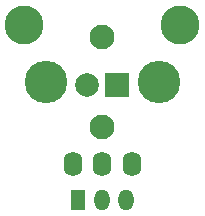
<source format=gbs>
%TF.GenerationSoftware,KiCad,Pcbnew,4.0.7-e2-6376~58~ubuntu16.04.1*%
%TF.CreationDate,2018-01-20T15:47:02+01:00*%
%TF.ProjectId,BasicModule,42617369634D6F64756C652E6B696361,rev?*%
%TF.FileFunction,Soldermask,Bot*%
%FSLAX46Y46*%
G04 Gerber Fmt 4.6, Leading zero omitted, Abs format (unit mm)*
G04 Created by KiCad (PCBNEW 4.0.7-e2-6376~58~ubuntu16.04.1) date Sat Jan 20 15:47:02 2018*
%MOMM*%
%LPD*%
G01*
G04 APERTURE LIST*
%ADD10C,0.100000*%
%ADD11R,1.300000X1.800000*%
%ADD12O,1.300000X1.800000*%
%ADD13C,2.100000*%
%ADD14O,1.600000X2.100000*%
%ADD15C,3.600000*%
%ADD16R,2.000000X2.100000*%
%ADD17C,2.000000*%
%ADD18C,3.300000*%
G04 APERTURE END LIST*
D10*
D11*
X6985000Y-17145000D03*
D12*
X8985000Y-17145000D03*
X10985000Y-17145000D03*
D13*
X9017000Y-10911840D03*
X9017000Y-3312160D03*
D14*
X6517000Y-14112000D03*
X9017000Y-14112000D03*
X11517000Y-14112000D03*
D15*
X4217000Y-7112000D03*
X13817000Y-7112000D03*
D16*
X10287000Y-7366000D03*
D17*
X7747000Y-7366000D03*
D18*
X2413000Y-2286000D03*
X15621000Y-2286000D03*
M02*

</source>
